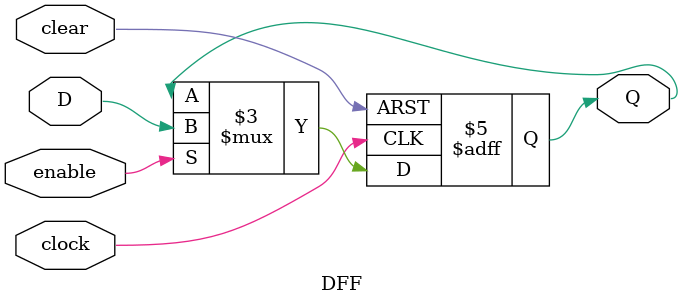
<source format=v>
module DFF (
    input D,
    clock,
    clear,
    enable,
    output reg Q
);
  initial begin
    Q = 0;
  end

  always @(posedge clock, posedge clear)
    if (clear) begin
      Q <= 0;
    end else if (enable) begin
      Q <= D;
    end
endmodule

</source>
